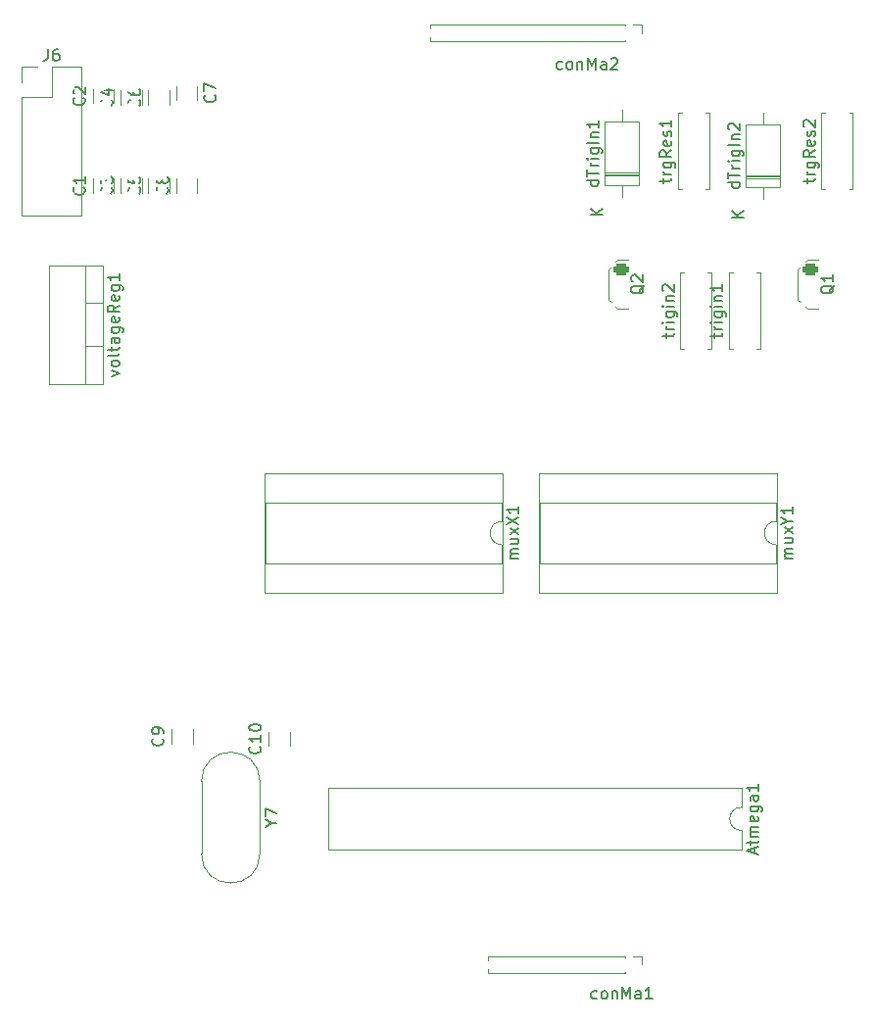
<source format=gto>
G04 #@! TF.GenerationSoftware,KiCad,Pcbnew,6.0.5-2.fc35*
G04 #@! TF.CreationDate,2022-07-06T13:19:10+02:00*
G04 #@! TF.ProjectId,back,6261636b-2e6b-4696-9361-645f70636258,rev?*
G04 #@! TF.SameCoordinates,Original*
G04 #@! TF.FileFunction,Legend,Top*
G04 #@! TF.FilePolarity,Positive*
%FSLAX46Y46*%
G04 Gerber Fmt 4.6, Leading zero omitted, Abs format (unit mm)*
G04 Created by KiCad (PCBNEW 6.0.5-2.fc35) date 2022-07-06 13:19:10*
%MOMM*%
%LPD*%
G01*
G04 APERTURE LIST*
G04 Aperture macros list*
%AMRoundRect*
0 Rectangle with rounded corners*
0 $1 Rounding radius*
0 $2 $3 $4 $5 $6 $7 $8 $9 X,Y pos of 4 corners*
0 Add a 4 corners polygon primitive as box body*
4,1,4,$2,$3,$4,$5,$6,$7,$8,$9,$2,$3,0*
0 Add four circle primitives for the rounded corners*
1,1,$1+$1,$2,$3*
1,1,$1+$1,$4,$5*
1,1,$1+$1,$6,$7*
1,1,$1+$1,$8,$9*
0 Add four rect primitives between the rounded corners*
20,1,$1+$1,$2,$3,$4,$5,0*
20,1,$1+$1,$4,$5,$6,$7,0*
20,1,$1+$1,$6,$7,$8,$9,0*
20,1,$1+$1,$8,$9,$2,$3,0*%
G04 Aperture macros list end*
%ADD10C,0.150000*%
%ADD11C,0.120000*%
%ADD12C,1.600000*%
%ADD13R,1.600000X1.600000*%
%ADD14O,1.600000X1.600000*%
%ADD15R,0.850000X0.850000*%
%ADD16O,0.850000X0.850000*%
%ADD17RoundRect,0.249900X-0.400100X0.275100X-0.400100X-0.275100X0.400100X-0.275100X0.400100X0.275100X0*%
%ADD18O,1.300000X1.050000*%
%ADD19R,2.200000X2.200000*%
%ADD20O,2.200000X2.200000*%
%ADD21C,1.500000*%
%ADD22R,2.000000X1.905000*%
%ADD23O,2.000000X1.905000*%
%ADD24R,1.700000X1.700000*%
%ADD25O,1.700000X1.700000*%
G04 APERTURE END LIST*
D10*
X110407142Y-59766666D02*
X110454761Y-59814285D01*
X110502380Y-59957142D01*
X110502380Y-60052380D01*
X110454761Y-60195238D01*
X110359523Y-60290476D01*
X110264285Y-60338095D01*
X110073809Y-60385714D01*
X109930952Y-60385714D01*
X109740476Y-60338095D01*
X109645238Y-60290476D01*
X109550000Y-60195238D01*
X109502380Y-60052380D01*
X109502380Y-59957142D01*
X109550000Y-59814285D01*
X109597619Y-59766666D01*
X109502380Y-59433333D02*
X109502380Y-58766666D01*
X110502380Y-59195238D01*
X101507142Y-60166666D02*
X101554761Y-60214285D01*
X101602380Y-60357142D01*
X101602380Y-60452380D01*
X101554761Y-60595238D01*
X101459523Y-60690476D01*
X101364285Y-60738095D01*
X101173809Y-60785714D01*
X101030952Y-60785714D01*
X100840476Y-60738095D01*
X100745238Y-60690476D01*
X100650000Y-60595238D01*
X100602380Y-60452380D01*
X100602380Y-60357142D01*
X100650000Y-60214285D01*
X100697619Y-60166666D01*
X100935714Y-59309523D02*
X101602380Y-59309523D01*
X100554761Y-59547619D02*
X101269047Y-59785714D01*
X101269047Y-59166666D01*
X114307142Y-116042857D02*
X114354761Y-116090476D01*
X114402380Y-116233333D01*
X114402380Y-116328571D01*
X114354761Y-116471428D01*
X114259523Y-116566666D01*
X114164285Y-116614285D01*
X113973809Y-116661904D01*
X113830952Y-116661904D01*
X113640476Y-116614285D01*
X113545238Y-116566666D01*
X113450000Y-116471428D01*
X113402380Y-116328571D01*
X113402380Y-116233333D01*
X113450000Y-116090476D01*
X113497619Y-116042857D01*
X114402380Y-115090476D02*
X114402380Y-115661904D01*
X114402380Y-115376190D02*
X113402380Y-115376190D01*
X113545238Y-115471428D01*
X113640476Y-115566666D01*
X113688095Y-115661904D01*
X113402380Y-114471428D02*
X113402380Y-114376190D01*
X113450000Y-114280952D01*
X113497619Y-114233333D01*
X113592857Y-114185714D01*
X113783333Y-114138095D01*
X114021428Y-114138095D01*
X114211904Y-114185714D01*
X114307142Y-114233333D01*
X114354761Y-114280952D01*
X114402380Y-114376190D01*
X114402380Y-114471428D01*
X114354761Y-114566666D01*
X114307142Y-114614285D01*
X114211904Y-114661904D01*
X114021428Y-114709523D01*
X113783333Y-114709523D01*
X113592857Y-114661904D01*
X113497619Y-114614285D01*
X113450000Y-114566666D01*
X113402380Y-114471428D01*
X157096666Y-125310000D02*
X157096666Y-124833809D01*
X157382380Y-125405238D02*
X156382380Y-125071904D01*
X157382380Y-124738571D01*
X156715714Y-124548095D02*
X156715714Y-124167142D01*
X156382380Y-124405238D02*
X157239523Y-124405238D01*
X157334761Y-124357619D01*
X157382380Y-124262380D01*
X157382380Y-124167142D01*
X157382380Y-123833809D02*
X156715714Y-123833809D01*
X156810952Y-123833809D02*
X156763333Y-123786190D01*
X156715714Y-123690952D01*
X156715714Y-123548095D01*
X156763333Y-123452857D01*
X156858571Y-123405238D01*
X157382380Y-123405238D01*
X156858571Y-123405238D02*
X156763333Y-123357619D01*
X156715714Y-123262380D01*
X156715714Y-123119523D01*
X156763333Y-123024285D01*
X156858571Y-122976666D01*
X157382380Y-122976666D01*
X157334761Y-122119523D02*
X157382380Y-122214761D01*
X157382380Y-122405238D01*
X157334761Y-122500476D01*
X157239523Y-122548095D01*
X156858571Y-122548095D01*
X156763333Y-122500476D01*
X156715714Y-122405238D01*
X156715714Y-122214761D01*
X156763333Y-122119523D01*
X156858571Y-122071904D01*
X156953809Y-122071904D01*
X157049047Y-122548095D01*
X156715714Y-121214761D02*
X157525238Y-121214761D01*
X157620476Y-121262380D01*
X157668095Y-121310000D01*
X157715714Y-121405238D01*
X157715714Y-121548095D01*
X157668095Y-121643333D01*
X157334761Y-121214761D02*
X157382380Y-121310000D01*
X157382380Y-121500476D01*
X157334761Y-121595714D01*
X157287142Y-121643333D01*
X157191904Y-121690952D01*
X156906190Y-121690952D01*
X156810952Y-121643333D01*
X156763333Y-121595714D01*
X156715714Y-121500476D01*
X156715714Y-121310000D01*
X156763333Y-121214761D01*
X157382380Y-120310000D02*
X156858571Y-120310000D01*
X156763333Y-120357619D01*
X156715714Y-120452857D01*
X156715714Y-120643333D01*
X156763333Y-120738571D01*
X157334761Y-120310000D02*
X157382380Y-120405238D01*
X157382380Y-120643333D01*
X157334761Y-120738571D01*
X157239523Y-120786190D01*
X157144285Y-120786190D01*
X157049047Y-120738571D01*
X157001428Y-120643333D01*
X157001428Y-120405238D01*
X156953809Y-120310000D01*
X157382380Y-119310000D02*
X157382380Y-119881428D01*
X157382380Y-119595714D02*
X156382380Y-119595714D01*
X156525238Y-119690952D01*
X156620476Y-119786190D01*
X156668095Y-119881428D01*
X106307142Y-67766666D02*
X106354761Y-67814285D01*
X106402380Y-67957142D01*
X106402380Y-68052380D01*
X106354761Y-68195238D01*
X106259523Y-68290476D01*
X106164285Y-68338095D01*
X105973809Y-68385714D01*
X105830952Y-68385714D01*
X105640476Y-68338095D01*
X105545238Y-68290476D01*
X105450000Y-68195238D01*
X105402380Y-68052380D01*
X105402380Y-67957142D01*
X105450000Y-67814285D01*
X105497619Y-67766666D01*
X105830952Y-67195238D02*
X105783333Y-67290476D01*
X105735714Y-67338095D01*
X105640476Y-67385714D01*
X105592857Y-67385714D01*
X105497619Y-67338095D01*
X105450000Y-67290476D01*
X105402380Y-67195238D01*
X105402380Y-67004761D01*
X105450000Y-66909523D01*
X105497619Y-66861904D01*
X105592857Y-66814285D01*
X105640476Y-66814285D01*
X105735714Y-66861904D01*
X105783333Y-66909523D01*
X105830952Y-67004761D01*
X105830952Y-67195238D01*
X105878571Y-67290476D01*
X105926190Y-67338095D01*
X106021428Y-67385714D01*
X106211904Y-67385714D01*
X106307142Y-67338095D01*
X106354761Y-67290476D01*
X106402380Y-67195238D01*
X106402380Y-67004761D01*
X106354761Y-66909523D01*
X106307142Y-66861904D01*
X106211904Y-66814285D01*
X106021428Y-66814285D01*
X105926190Y-66861904D01*
X105878571Y-66909523D01*
X105830952Y-67004761D01*
X105907142Y-115366666D02*
X105954761Y-115414285D01*
X106002380Y-115557142D01*
X106002380Y-115652380D01*
X105954761Y-115795238D01*
X105859523Y-115890476D01*
X105764285Y-115938095D01*
X105573809Y-115985714D01*
X105430952Y-115985714D01*
X105240476Y-115938095D01*
X105145238Y-115890476D01*
X105050000Y-115795238D01*
X105002380Y-115652380D01*
X105002380Y-115557142D01*
X105050000Y-115414285D01*
X105097619Y-115366666D01*
X106002380Y-114890476D02*
X106002380Y-114700000D01*
X105954761Y-114604761D01*
X105907142Y-114557142D01*
X105764285Y-114461904D01*
X105573809Y-114414285D01*
X105192857Y-114414285D01*
X105097619Y-114461904D01*
X105050000Y-114509523D01*
X105002380Y-114604761D01*
X105002380Y-114795238D01*
X105050000Y-114890476D01*
X105097619Y-114938095D01*
X105192857Y-114985714D01*
X105430952Y-114985714D01*
X105526190Y-114938095D01*
X105573809Y-114890476D01*
X105621428Y-114795238D01*
X105621428Y-114604761D01*
X105573809Y-114509523D01*
X105526190Y-114461904D01*
X105430952Y-114414285D01*
X99107142Y-67766666D02*
X99154761Y-67814285D01*
X99202380Y-67957142D01*
X99202380Y-68052380D01*
X99154761Y-68195238D01*
X99059523Y-68290476D01*
X98964285Y-68338095D01*
X98773809Y-68385714D01*
X98630952Y-68385714D01*
X98440476Y-68338095D01*
X98345238Y-68290476D01*
X98250000Y-68195238D01*
X98202380Y-68052380D01*
X98202380Y-67957142D01*
X98250000Y-67814285D01*
X98297619Y-67766666D01*
X99202380Y-66814285D02*
X99202380Y-67385714D01*
X99202380Y-67100000D02*
X98202380Y-67100000D01*
X98345238Y-67195238D01*
X98440476Y-67290476D01*
X98488095Y-67385714D01*
X149415714Y-80757142D02*
X149415714Y-80376190D01*
X149082380Y-80614285D02*
X149939523Y-80614285D01*
X150034761Y-80566666D01*
X150082380Y-80471428D01*
X150082380Y-80376190D01*
X150082380Y-80042857D02*
X149415714Y-80042857D01*
X149606190Y-80042857D02*
X149510952Y-79995238D01*
X149463333Y-79947619D01*
X149415714Y-79852380D01*
X149415714Y-79757142D01*
X150082380Y-79423809D02*
X149415714Y-79423809D01*
X149082380Y-79423809D02*
X149130000Y-79471428D01*
X149177619Y-79423809D01*
X149130000Y-79376190D01*
X149082380Y-79423809D01*
X149177619Y-79423809D01*
X149415714Y-78519047D02*
X150225238Y-78519047D01*
X150320476Y-78566666D01*
X150368095Y-78614285D01*
X150415714Y-78709523D01*
X150415714Y-78852380D01*
X150368095Y-78947619D01*
X150034761Y-78519047D02*
X150082380Y-78614285D01*
X150082380Y-78804761D01*
X150034761Y-78900000D01*
X149987142Y-78947619D01*
X149891904Y-78995238D01*
X149606190Y-78995238D01*
X149510952Y-78947619D01*
X149463333Y-78900000D01*
X149415714Y-78804761D01*
X149415714Y-78614285D01*
X149463333Y-78519047D01*
X150082380Y-78042857D02*
X149415714Y-78042857D01*
X149082380Y-78042857D02*
X149130000Y-78090476D01*
X149177619Y-78042857D01*
X149130000Y-77995238D01*
X149082380Y-78042857D01*
X149177619Y-78042857D01*
X149415714Y-77566666D02*
X150082380Y-77566666D01*
X149510952Y-77566666D02*
X149463333Y-77519047D01*
X149415714Y-77423809D01*
X149415714Y-77280952D01*
X149463333Y-77185714D01*
X149558571Y-77138095D01*
X150082380Y-77138095D01*
X149177619Y-76709523D02*
X149130000Y-76661904D01*
X149082380Y-76566666D01*
X149082380Y-76328571D01*
X149130000Y-76233333D01*
X149177619Y-76185714D01*
X149272857Y-76138095D01*
X149368095Y-76138095D01*
X149510952Y-76185714D01*
X150082380Y-76757142D01*
X150082380Y-76138095D01*
X140433333Y-57504761D02*
X140338095Y-57552380D01*
X140147619Y-57552380D01*
X140052380Y-57504761D01*
X140004761Y-57457142D01*
X139957142Y-57361904D01*
X139957142Y-57076190D01*
X140004761Y-56980952D01*
X140052380Y-56933333D01*
X140147619Y-56885714D01*
X140338095Y-56885714D01*
X140433333Y-56933333D01*
X141004761Y-57552380D02*
X140909523Y-57504761D01*
X140861904Y-57457142D01*
X140814285Y-57361904D01*
X140814285Y-57076190D01*
X140861904Y-56980952D01*
X140909523Y-56933333D01*
X141004761Y-56885714D01*
X141147619Y-56885714D01*
X141242857Y-56933333D01*
X141290476Y-56980952D01*
X141338095Y-57076190D01*
X141338095Y-57361904D01*
X141290476Y-57457142D01*
X141242857Y-57504761D01*
X141147619Y-57552380D01*
X141004761Y-57552380D01*
X141766666Y-56885714D02*
X141766666Y-57552380D01*
X141766666Y-56980952D02*
X141814285Y-56933333D01*
X141909523Y-56885714D01*
X142052380Y-56885714D01*
X142147619Y-56933333D01*
X142195238Y-57028571D01*
X142195238Y-57552380D01*
X142671428Y-57552380D02*
X142671428Y-56552380D01*
X143004761Y-57266666D01*
X143338095Y-56552380D01*
X143338095Y-57552380D01*
X144242857Y-57552380D02*
X144242857Y-57028571D01*
X144195238Y-56933333D01*
X144100000Y-56885714D01*
X143909523Y-56885714D01*
X143814285Y-56933333D01*
X144242857Y-57504761D02*
X144147619Y-57552380D01*
X143909523Y-57552380D01*
X143814285Y-57504761D01*
X143766666Y-57409523D01*
X143766666Y-57314285D01*
X143814285Y-57219047D01*
X143909523Y-57171428D01*
X144147619Y-57171428D01*
X144242857Y-57123809D01*
X144671428Y-56647619D02*
X144719047Y-56600000D01*
X144814285Y-56552380D01*
X145052380Y-56552380D01*
X145147619Y-56600000D01*
X145195238Y-56647619D01*
X145242857Y-56742857D01*
X145242857Y-56838095D01*
X145195238Y-56980952D01*
X144623809Y-57552380D01*
X145242857Y-57552380D01*
X147527619Y-76200238D02*
X147480000Y-76295476D01*
X147384761Y-76390714D01*
X147241904Y-76533571D01*
X147194285Y-76628809D01*
X147194285Y-76724047D01*
X147432380Y-76676428D02*
X147384761Y-76771666D01*
X147289523Y-76866904D01*
X147099047Y-76914523D01*
X146765714Y-76914523D01*
X146575238Y-76866904D01*
X146480000Y-76771666D01*
X146432380Y-76676428D01*
X146432380Y-76485952D01*
X146480000Y-76390714D01*
X146575238Y-76295476D01*
X146765714Y-76247857D01*
X147099047Y-76247857D01*
X147289523Y-76295476D01*
X147384761Y-76390714D01*
X147432380Y-76485952D01*
X147432380Y-76676428D01*
X146527619Y-75866904D02*
X146480000Y-75819285D01*
X146432380Y-75724047D01*
X146432380Y-75485952D01*
X146480000Y-75390714D01*
X146527619Y-75343095D01*
X146622857Y-75295476D01*
X146718095Y-75295476D01*
X146860952Y-75343095D01*
X147432380Y-75914523D01*
X147432380Y-75295476D01*
X155782380Y-67333333D02*
X154782380Y-67333333D01*
X155734761Y-67333333D02*
X155782380Y-67428571D01*
X155782380Y-67619047D01*
X155734761Y-67714285D01*
X155687142Y-67761904D01*
X155591904Y-67809523D01*
X155306190Y-67809523D01*
X155210952Y-67761904D01*
X155163333Y-67714285D01*
X155115714Y-67619047D01*
X155115714Y-67428571D01*
X155163333Y-67333333D01*
X154782380Y-67000000D02*
X154782380Y-66428571D01*
X155782380Y-66714285D02*
X154782380Y-66714285D01*
X155782380Y-66095238D02*
X155115714Y-66095238D01*
X155306190Y-66095238D02*
X155210952Y-66047619D01*
X155163333Y-66000000D01*
X155115714Y-65904761D01*
X155115714Y-65809523D01*
X155782380Y-65476190D02*
X155115714Y-65476190D01*
X154782380Y-65476190D02*
X154830000Y-65523809D01*
X154877619Y-65476190D01*
X154830000Y-65428571D01*
X154782380Y-65476190D01*
X154877619Y-65476190D01*
X155115714Y-64571428D02*
X155925238Y-64571428D01*
X156020476Y-64619047D01*
X156068095Y-64666666D01*
X156115714Y-64761904D01*
X156115714Y-64904761D01*
X156068095Y-65000000D01*
X155734761Y-64571428D02*
X155782380Y-64666666D01*
X155782380Y-64857142D01*
X155734761Y-64952380D01*
X155687142Y-65000000D01*
X155591904Y-65047619D01*
X155306190Y-65047619D01*
X155210952Y-65000000D01*
X155163333Y-64952380D01*
X155115714Y-64857142D01*
X155115714Y-64666666D01*
X155163333Y-64571428D01*
X155782380Y-64095238D02*
X154782380Y-64095238D01*
X155115714Y-63619047D02*
X155782380Y-63619047D01*
X155210952Y-63619047D02*
X155163333Y-63571428D01*
X155115714Y-63476190D01*
X155115714Y-63333333D01*
X155163333Y-63238095D01*
X155258571Y-63190476D01*
X155782380Y-63190476D01*
X154877619Y-62761904D02*
X154830000Y-62714285D01*
X154782380Y-62619047D01*
X154782380Y-62380952D01*
X154830000Y-62285714D01*
X154877619Y-62238095D01*
X154972857Y-62190476D01*
X155068095Y-62190476D01*
X155210952Y-62238095D01*
X155782380Y-62809523D01*
X155782380Y-62190476D01*
X156152380Y-70341904D02*
X155152380Y-70341904D01*
X156152380Y-69770476D02*
X155580952Y-70199047D01*
X155152380Y-69770476D02*
X155723809Y-70341904D01*
X143433333Y-137804761D02*
X143338095Y-137852380D01*
X143147619Y-137852380D01*
X143052380Y-137804761D01*
X143004761Y-137757142D01*
X142957142Y-137661904D01*
X142957142Y-137376190D01*
X143004761Y-137280952D01*
X143052380Y-137233333D01*
X143147619Y-137185714D01*
X143338095Y-137185714D01*
X143433333Y-137233333D01*
X144004761Y-137852380D02*
X143909523Y-137804761D01*
X143861904Y-137757142D01*
X143814285Y-137661904D01*
X143814285Y-137376190D01*
X143861904Y-137280952D01*
X143909523Y-137233333D01*
X144004761Y-137185714D01*
X144147619Y-137185714D01*
X144242857Y-137233333D01*
X144290476Y-137280952D01*
X144338095Y-137376190D01*
X144338095Y-137661904D01*
X144290476Y-137757142D01*
X144242857Y-137804761D01*
X144147619Y-137852380D01*
X144004761Y-137852380D01*
X144766666Y-137185714D02*
X144766666Y-137852380D01*
X144766666Y-137280952D02*
X144814285Y-137233333D01*
X144909523Y-137185714D01*
X145052380Y-137185714D01*
X145147619Y-137233333D01*
X145195238Y-137328571D01*
X145195238Y-137852380D01*
X145671428Y-137852380D02*
X145671428Y-136852380D01*
X146004761Y-137566666D01*
X146338095Y-136852380D01*
X146338095Y-137852380D01*
X147242857Y-137852380D02*
X147242857Y-137328571D01*
X147195238Y-137233333D01*
X147100000Y-137185714D01*
X146909523Y-137185714D01*
X146814285Y-137233333D01*
X147242857Y-137804761D02*
X147147619Y-137852380D01*
X146909523Y-137852380D01*
X146814285Y-137804761D01*
X146766666Y-137709523D01*
X146766666Y-137614285D01*
X146814285Y-137519047D01*
X146909523Y-137471428D01*
X147147619Y-137471428D01*
X147242857Y-137423809D01*
X148242857Y-137852380D02*
X147671428Y-137852380D01*
X147957142Y-137852380D02*
X147957142Y-136852380D01*
X147861904Y-136995238D01*
X147766666Y-137090476D01*
X147671428Y-137138095D01*
X153615714Y-80757142D02*
X153615714Y-80376190D01*
X153282380Y-80614285D02*
X154139523Y-80614285D01*
X154234761Y-80566666D01*
X154282380Y-80471428D01*
X154282380Y-80376190D01*
X154282380Y-80042857D02*
X153615714Y-80042857D01*
X153806190Y-80042857D02*
X153710952Y-79995238D01*
X153663333Y-79947619D01*
X153615714Y-79852380D01*
X153615714Y-79757142D01*
X154282380Y-79423809D02*
X153615714Y-79423809D01*
X153282380Y-79423809D02*
X153330000Y-79471428D01*
X153377619Y-79423809D01*
X153330000Y-79376190D01*
X153282380Y-79423809D01*
X153377619Y-79423809D01*
X153615714Y-78519047D02*
X154425238Y-78519047D01*
X154520476Y-78566666D01*
X154568095Y-78614285D01*
X154615714Y-78709523D01*
X154615714Y-78852380D01*
X154568095Y-78947619D01*
X154234761Y-78519047D02*
X154282380Y-78614285D01*
X154282380Y-78804761D01*
X154234761Y-78900000D01*
X154187142Y-78947619D01*
X154091904Y-78995238D01*
X153806190Y-78995238D01*
X153710952Y-78947619D01*
X153663333Y-78900000D01*
X153615714Y-78804761D01*
X153615714Y-78614285D01*
X153663333Y-78519047D01*
X154282380Y-78042857D02*
X153615714Y-78042857D01*
X153282380Y-78042857D02*
X153330000Y-78090476D01*
X153377619Y-78042857D01*
X153330000Y-77995238D01*
X153282380Y-78042857D01*
X153377619Y-78042857D01*
X153615714Y-77566666D02*
X154282380Y-77566666D01*
X153710952Y-77566666D02*
X153663333Y-77519047D01*
X153615714Y-77423809D01*
X153615714Y-77280952D01*
X153663333Y-77185714D01*
X153758571Y-77138095D01*
X154282380Y-77138095D01*
X154282380Y-76138095D02*
X154282380Y-76709523D01*
X154282380Y-76423809D02*
X153282380Y-76423809D01*
X153425238Y-76519047D01*
X153520476Y-76614285D01*
X153568095Y-76709523D01*
X115301190Y-122676190D02*
X115777380Y-122676190D01*
X114777380Y-123009523D02*
X115301190Y-122676190D01*
X114777380Y-122342857D01*
X114777380Y-122104761D02*
X114777380Y-121438095D01*
X115777380Y-121866666D01*
X160382380Y-99800476D02*
X159715714Y-99800476D01*
X159810952Y-99800476D02*
X159763333Y-99752857D01*
X159715714Y-99657619D01*
X159715714Y-99514761D01*
X159763333Y-99419523D01*
X159858571Y-99371904D01*
X160382380Y-99371904D01*
X159858571Y-99371904D02*
X159763333Y-99324285D01*
X159715714Y-99229047D01*
X159715714Y-99086190D01*
X159763333Y-98990952D01*
X159858571Y-98943333D01*
X160382380Y-98943333D01*
X159715714Y-98038571D02*
X160382380Y-98038571D01*
X159715714Y-98467142D02*
X160239523Y-98467142D01*
X160334761Y-98419523D01*
X160382380Y-98324285D01*
X160382380Y-98181428D01*
X160334761Y-98086190D01*
X160287142Y-98038571D01*
X160382380Y-97657619D02*
X159715714Y-97133809D01*
X159715714Y-97657619D02*
X160382380Y-97133809D01*
X159906190Y-96562380D02*
X160382380Y-96562380D01*
X159382380Y-96895714D02*
X159906190Y-96562380D01*
X159382380Y-96229047D01*
X160382380Y-95371904D02*
X160382380Y-95943333D01*
X160382380Y-95657619D02*
X159382380Y-95657619D01*
X159525238Y-95752857D01*
X159620476Y-95848095D01*
X159668095Y-95943333D01*
X143582380Y-67133333D02*
X142582380Y-67133333D01*
X143534761Y-67133333D02*
X143582380Y-67228571D01*
X143582380Y-67419047D01*
X143534761Y-67514285D01*
X143487142Y-67561904D01*
X143391904Y-67609523D01*
X143106190Y-67609523D01*
X143010952Y-67561904D01*
X142963333Y-67514285D01*
X142915714Y-67419047D01*
X142915714Y-67228571D01*
X142963333Y-67133333D01*
X142582380Y-66800000D02*
X142582380Y-66228571D01*
X143582380Y-66514285D02*
X142582380Y-66514285D01*
X143582380Y-65895238D02*
X142915714Y-65895238D01*
X143106190Y-65895238D02*
X143010952Y-65847619D01*
X142963333Y-65800000D01*
X142915714Y-65704761D01*
X142915714Y-65609523D01*
X143582380Y-65276190D02*
X142915714Y-65276190D01*
X142582380Y-65276190D02*
X142630000Y-65323809D01*
X142677619Y-65276190D01*
X142630000Y-65228571D01*
X142582380Y-65276190D01*
X142677619Y-65276190D01*
X142915714Y-64371428D02*
X143725238Y-64371428D01*
X143820476Y-64419047D01*
X143868095Y-64466666D01*
X143915714Y-64561904D01*
X143915714Y-64704761D01*
X143868095Y-64800000D01*
X143534761Y-64371428D02*
X143582380Y-64466666D01*
X143582380Y-64657142D01*
X143534761Y-64752380D01*
X143487142Y-64800000D01*
X143391904Y-64847619D01*
X143106190Y-64847619D01*
X143010952Y-64800000D01*
X142963333Y-64752380D01*
X142915714Y-64657142D01*
X142915714Y-64466666D01*
X142963333Y-64371428D01*
X143582380Y-63895238D02*
X142582380Y-63895238D01*
X142915714Y-63419047D02*
X143582380Y-63419047D01*
X143010952Y-63419047D02*
X142963333Y-63371428D01*
X142915714Y-63276190D01*
X142915714Y-63133333D01*
X142963333Y-63038095D01*
X143058571Y-62990476D01*
X143582380Y-62990476D01*
X143582380Y-61990476D02*
X143582380Y-62561904D01*
X143582380Y-62276190D02*
X142582380Y-62276190D01*
X142725238Y-62371428D01*
X142820476Y-62466666D01*
X142868095Y-62561904D01*
X143952380Y-70141904D02*
X142952380Y-70141904D01*
X143952380Y-69570476D02*
X143380952Y-69999047D01*
X142952380Y-69570476D02*
X143523809Y-70141904D01*
X103907142Y-67766666D02*
X103954761Y-67814285D01*
X104002380Y-67957142D01*
X104002380Y-68052380D01*
X103954761Y-68195238D01*
X103859523Y-68290476D01*
X103764285Y-68338095D01*
X103573809Y-68385714D01*
X103430952Y-68385714D01*
X103240476Y-68338095D01*
X103145238Y-68290476D01*
X103050000Y-68195238D01*
X103002380Y-68052380D01*
X103002380Y-67957142D01*
X103050000Y-67814285D01*
X103097619Y-67766666D01*
X103002380Y-66861904D02*
X103002380Y-67338095D01*
X103478571Y-67385714D01*
X103430952Y-67338095D01*
X103383333Y-67242857D01*
X103383333Y-67004761D01*
X103430952Y-66909523D01*
X103478571Y-66861904D01*
X103573809Y-66814285D01*
X103811904Y-66814285D01*
X103907142Y-66861904D01*
X103954761Y-66909523D01*
X104002380Y-67004761D01*
X104002380Y-67242857D01*
X103954761Y-67338095D01*
X103907142Y-67385714D01*
X101510714Y-84028571D02*
X102177380Y-83790476D01*
X101510714Y-83552380D01*
X102177380Y-83028571D02*
X102129761Y-83123809D01*
X102082142Y-83171428D01*
X101986904Y-83219047D01*
X101701190Y-83219047D01*
X101605952Y-83171428D01*
X101558333Y-83123809D01*
X101510714Y-83028571D01*
X101510714Y-82885714D01*
X101558333Y-82790476D01*
X101605952Y-82742857D01*
X101701190Y-82695238D01*
X101986904Y-82695238D01*
X102082142Y-82742857D01*
X102129761Y-82790476D01*
X102177380Y-82885714D01*
X102177380Y-83028571D01*
X102177380Y-82123809D02*
X102129761Y-82219047D01*
X102034523Y-82266666D01*
X101177380Y-82266666D01*
X101510714Y-81885714D02*
X101510714Y-81504761D01*
X101177380Y-81742857D02*
X102034523Y-81742857D01*
X102129761Y-81695238D01*
X102177380Y-81600000D01*
X102177380Y-81504761D01*
X102177380Y-80742857D02*
X101653571Y-80742857D01*
X101558333Y-80790476D01*
X101510714Y-80885714D01*
X101510714Y-81076190D01*
X101558333Y-81171428D01*
X102129761Y-80742857D02*
X102177380Y-80838095D01*
X102177380Y-81076190D01*
X102129761Y-81171428D01*
X102034523Y-81219047D01*
X101939285Y-81219047D01*
X101844047Y-81171428D01*
X101796428Y-81076190D01*
X101796428Y-80838095D01*
X101748809Y-80742857D01*
X101510714Y-79838095D02*
X102320238Y-79838095D01*
X102415476Y-79885714D01*
X102463095Y-79933333D01*
X102510714Y-80028571D01*
X102510714Y-80171428D01*
X102463095Y-80266666D01*
X102129761Y-79838095D02*
X102177380Y-79933333D01*
X102177380Y-80123809D01*
X102129761Y-80219047D01*
X102082142Y-80266666D01*
X101986904Y-80314285D01*
X101701190Y-80314285D01*
X101605952Y-80266666D01*
X101558333Y-80219047D01*
X101510714Y-80123809D01*
X101510714Y-79933333D01*
X101558333Y-79838095D01*
X102129761Y-78980952D02*
X102177380Y-79076190D01*
X102177380Y-79266666D01*
X102129761Y-79361904D01*
X102034523Y-79409523D01*
X101653571Y-79409523D01*
X101558333Y-79361904D01*
X101510714Y-79266666D01*
X101510714Y-79076190D01*
X101558333Y-78980952D01*
X101653571Y-78933333D01*
X101748809Y-78933333D01*
X101844047Y-79409523D01*
X102177380Y-77933333D02*
X101701190Y-78266666D01*
X102177380Y-78504761D02*
X101177380Y-78504761D01*
X101177380Y-78123809D01*
X101225000Y-78028571D01*
X101272619Y-77980952D01*
X101367857Y-77933333D01*
X101510714Y-77933333D01*
X101605952Y-77980952D01*
X101653571Y-78028571D01*
X101701190Y-78123809D01*
X101701190Y-78504761D01*
X102129761Y-77123809D02*
X102177380Y-77219047D01*
X102177380Y-77409523D01*
X102129761Y-77504761D01*
X102034523Y-77552380D01*
X101653571Y-77552380D01*
X101558333Y-77504761D01*
X101510714Y-77409523D01*
X101510714Y-77219047D01*
X101558333Y-77123809D01*
X101653571Y-77076190D01*
X101748809Y-77076190D01*
X101844047Y-77552380D01*
X101510714Y-76219047D02*
X102320238Y-76219047D01*
X102415476Y-76266666D01*
X102463095Y-76314285D01*
X102510714Y-76409523D01*
X102510714Y-76552380D01*
X102463095Y-76647619D01*
X102129761Y-76219047D02*
X102177380Y-76314285D01*
X102177380Y-76504761D01*
X102129761Y-76600000D01*
X102082142Y-76647619D01*
X101986904Y-76695238D01*
X101701190Y-76695238D01*
X101605952Y-76647619D01*
X101558333Y-76600000D01*
X101510714Y-76504761D01*
X101510714Y-76314285D01*
X101558333Y-76219047D01*
X102177380Y-75219047D02*
X102177380Y-75790476D01*
X102177380Y-75504761D02*
X101177380Y-75504761D01*
X101320238Y-75600000D01*
X101415476Y-75695238D01*
X101463095Y-75790476D01*
X149215714Y-67361904D02*
X149215714Y-66980952D01*
X148882380Y-67219047D02*
X149739523Y-67219047D01*
X149834761Y-67171428D01*
X149882380Y-67076190D01*
X149882380Y-66980952D01*
X149882380Y-66647619D02*
X149215714Y-66647619D01*
X149406190Y-66647619D02*
X149310952Y-66600000D01*
X149263333Y-66552380D01*
X149215714Y-66457142D01*
X149215714Y-66361904D01*
X149215714Y-65600000D02*
X150025238Y-65600000D01*
X150120476Y-65647619D01*
X150168095Y-65695238D01*
X150215714Y-65790476D01*
X150215714Y-65933333D01*
X150168095Y-66028571D01*
X149834761Y-65600000D02*
X149882380Y-65695238D01*
X149882380Y-65885714D01*
X149834761Y-65980952D01*
X149787142Y-66028571D01*
X149691904Y-66076190D01*
X149406190Y-66076190D01*
X149310952Y-66028571D01*
X149263333Y-65980952D01*
X149215714Y-65885714D01*
X149215714Y-65695238D01*
X149263333Y-65600000D01*
X149882380Y-64552380D02*
X149406190Y-64885714D01*
X149882380Y-65123809D02*
X148882380Y-65123809D01*
X148882380Y-64742857D01*
X148930000Y-64647619D01*
X148977619Y-64600000D01*
X149072857Y-64552380D01*
X149215714Y-64552380D01*
X149310952Y-64600000D01*
X149358571Y-64647619D01*
X149406190Y-64742857D01*
X149406190Y-65123809D01*
X149834761Y-63742857D02*
X149882380Y-63838095D01*
X149882380Y-64028571D01*
X149834761Y-64123809D01*
X149739523Y-64171428D01*
X149358571Y-64171428D01*
X149263333Y-64123809D01*
X149215714Y-64028571D01*
X149215714Y-63838095D01*
X149263333Y-63742857D01*
X149358571Y-63695238D01*
X149453809Y-63695238D01*
X149549047Y-64171428D01*
X149834761Y-63314285D02*
X149882380Y-63219047D01*
X149882380Y-63028571D01*
X149834761Y-62933333D01*
X149739523Y-62885714D01*
X149691904Y-62885714D01*
X149596666Y-62933333D01*
X149549047Y-63028571D01*
X149549047Y-63171428D01*
X149501428Y-63266666D01*
X149406190Y-63314285D01*
X149358571Y-63314285D01*
X149263333Y-63266666D01*
X149215714Y-63171428D01*
X149215714Y-63028571D01*
X149263333Y-62933333D01*
X149882380Y-61933333D02*
X149882380Y-62504761D01*
X149882380Y-62219047D02*
X148882380Y-62219047D01*
X149025238Y-62314285D01*
X149120476Y-62409523D01*
X149168095Y-62504761D01*
X103907142Y-60166666D02*
X103954761Y-60214285D01*
X104002380Y-60357142D01*
X104002380Y-60452380D01*
X103954761Y-60595238D01*
X103859523Y-60690476D01*
X103764285Y-60738095D01*
X103573809Y-60785714D01*
X103430952Y-60785714D01*
X103240476Y-60738095D01*
X103145238Y-60690476D01*
X103050000Y-60595238D01*
X103002380Y-60452380D01*
X103002380Y-60357142D01*
X103050000Y-60214285D01*
X103097619Y-60166666D01*
X103002380Y-59309523D02*
X103002380Y-59500000D01*
X103050000Y-59595238D01*
X103097619Y-59642857D01*
X103240476Y-59738095D01*
X103430952Y-59785714D01*
X103811904Y-59785714D01*
X103907142Y-59738095D01*
X103954761Y-59690476D01*
X104002380Y-59595238D01*
X104002380Y-59404761D01*
X103954761Y-59309523D01*
X103907142Y-59261904D01*
X103811904Y-59214285D01*
X103573809Y-59214285D01*
X103478571Y-59261904D01*
X103430952Y-59309523D01*
X103383333Y-59404761D01*
X103383333Y-59595238D01*
X103430952Y-59690476D01*
X103478571Y-59738095D01*
X103573809Y-59785714D01*
X163927619Y-76200238D02*
X163880000Y-76295476D01*
X163784761Y-76390714D01*
X163641904Y-76533571D01*
X163594285Y-76628809D01*
X163594285Y-76724047D01*
X163832380Y-76676428D02*
X163784761Y-76771666D01*
X163689523Y-76866904D01*
X163499047Y-76914523D01*
X163165714Y-76914523D01*
X162975238Y-76866904D01*
X162880000Y-76771666D01*
X162832380Y-76676428D01*
X162832380Y-76485952D01*
X162880000Y-76390714D01*
X162975238Y-76295476D01*
X163165714Y-76247857D01*
X163499047Y-76247857D01*
X163689523Y-76295476D01*
X163784761Y-76390714D01*
X163832380Y-76485952D01*
X163832380Y-76676428D01*
X163832380Y-75295476D02*
X163832380Y-75866904D01*
X163832380Y-75581190D02*
X162832380Y-75581190D01*
X162975238Y-75676428D01*
X163070476Y-75771666D01*
X163118095Y-75866904D01*
X161615714Y-67351904D02*
X161615714Y-66970952D01*
X161282380Y-67209047D02*
X162139523Y-67209047D01*
X162234761Y-67161428D01*
X162282380Y-67066190D01*
X162282380Y-66970952D01*
X162282380Y-66637619D02*
X161615714Y-66637619D01*
X161806190Y-66637619D02*
X161710952Y-66590000D01*
X161663333Y-66542380D01*
X161615714Y-66447142D01*
X161615714Y-66351904D01*
X161615714Y-65590000D02*
X162425238Y-65590000D01*
X162520476Y-65637619D01*
X162568095Y-65685238D01*
X162615714Y-65780476D01*
X162615714Y-65923333D01*
X162568095Y-66018571D01*
X162234761Y-65590000D02*
X162282380Y-65685238D01*
X162282380Y-65875714D01*
X162234761Y-65970952D01*
X162187142Y-66018571D01*
X162091904Y-66066190D01*
X161806190Y-66066190D01*
X161710952Y-66018571D01*
X161663333Y-65970952D01*
X161615714Y-65875714D01*
X161615714Y-65685238D01*
X161663333Y-65590000D01*
X162282380Y-64542380D02*
X161806190Y-64875714D01*
X162282380Y-65113809D02*
X161282380Y-65113809D01*
X161282380Y-64732857D01*
X161330000Y-64637619D01*
X161377619Y-64590000D01*
X161472857Y-64542380D01*
X161615714Y-64542380D01*
X161710952Y-64590000D01*
X161758571Y-64637619D01*
X161806190Y-64732857D01*
X161806190Y-65113809D01*
X162234761Y-63732857D02*
X162282380Y-63828095D01*
X162282380Y-64018571D01*
X162234761Y-64113809D01*
X162139523Y-64161428D01*
X161758571Y-64161428D01*
X161663333Y-64113809D01*
X161615714Y-64018571D01*
X161615714Y-63828095D01*
X161663333Y-63732857D01*
X161758571Y-63685238D01*
X161853809Y-63685238D01*
X161949047Y-64161428D01*
X162234761Y-63304285D02*
X162282380Y-63209047D01*
X162282380Y-63018571D01*
X162234761Y-62923333D01*
X162139523Y-62875714D01*
X162091904Y-62875714D01*
X161996666Y-62923333D01*
X161949047Y-63018571D01*
X161949047Y-63161428D01*
X161901428Y-63256666D01*
X161806190Y-63304285D01*
X161758571Y-63304285D01*
X161663333Y-63256666D01*
X161615714Y-63161428D01*
X161615714Y-63018571D01*
X161663333Y-62923333D01*
X161377619Y-62494761D02*
X161330000Y-62447142D01*
X161282380Y-62351904D01*
X161282380Y-62113809D01*
X161330000Y-62018571D01*
X161377619Y-61970952D01*
X161472857Y-61923333D01*
X161568095Y-61923333D01*
X161710952Y-61970952D01*
X162282380Y-62542380D01*
X162282380Y-61923333D01*
X95996666Y-55802380D02*
X95996666Y-56516666D01*
X95949047Y-56659523D01*
X95853809Y-56754761D01*
X95710952Y-56802380D01*
X95615714Y-56802380D01*
X96901428Y-55802380D02*
X96710952Y-55802380D01*
X96615714Y-55850000D01*
X96568095Y-55897619D01*
X96472857Y-56040476D01*
X96425238Y-56230952D01*
X96425238Y-56611904D01*
X96472857Y-56707142D01*
X96520476Y-56754761D01*
X96615714Y-56802380D01*
X96806190Y-56802380D01*
X96901428Y-56754761D01*
X96949047Y-56707142D01*
X96996666Y-56611904D01*
X96996666Y-56373809D01*
X96949047Y-56278571D01*
X96901428Y-56230952D01*
X96806190Y-56183333D01*
X96615714Y-56183333D01*
X96520476Y-56230952D01*
X96472857Y-56278571D01*
X96425238Y-56373809D01*
X99107142Y-60016666D02*
X99154761Y-60064285D01*
X99202380Y-60207142D01*
X99202380Y-60302380D01*
X99154761Y-60445238D01*
X99059523Y-60540476D01*
X98964285Y-60588095D01*
X98773809Y-60635714D01*
X98630952Y-60635714D01*
X98440476Y-60588095D01*
X98345238Y-60540476D01*
X98250000Y-60445238D01*
X98202380Y-60302380D01*
X98202380Y-60207142D01*
X98250000Y-60064285D01*
X98297619Y-60016666D01*
X98297619Y-59635714D02*
X98250000Y-59588095D01*
X98202380Y-59492857D01*
X98202380Y-59254761D01*
X98250000Y-59159523D01*
X98297619Y-59111904D01*
X98392857Y-59064285D01*
X98488095Y-59064285D01*
X98630952Y-59111904D01*
X99202380Y-59683333D01*
X99202380Y-59064285D01*
X101507142Y-67766666D02*
X101554761Y-67814285D01*
X101602380Y-67957142D01*
X101602380Y-68052380D01*
X101554761Y-68195238D01*
X101459523Y-68290476D01*
X101364285Y-68338095D01*
X101173809Y-68385714D01*
X101030952Y-68385714D01*
X100840476Y-68338095D01*
X100745238Y-68290476D01*
X100650000Y-68195238D01*
X100602380Y-68052380D01*
X100602380Y-67957142D01*
X100650000Y-67814285D01*
X100697619Y-67766666D01*
X100602380Y-67433333D02*
X100602380Y-66814285D01*
X100983333Y-67147619D01*
X100983333Y-67004761D01*
X101030952Y-66909523D01*
X101078571Y-66861904D01*
X101173809Y-66814285D01*
X101411904Y-66814285D01*
X101507142Y-66861904D01*
X101554761Y-66909523D01*
X101602380Y-67004761D01*
X101602380Y-67290476D01*
X101554761Y-67385714D01*
X101507142Y-67433333D01*
X136682380Y-99848095D02*
X136015714Y-99848095D01*
X136110952Y-99848095D02*
X136063333Y-99800476D01*
X136015714Y-99705238D01*
X136015714Y-99562380D01*
X136063333Y-99467142D01*
X136158571Y-99419523D01*
X136682380Y-99419523D01*
X136158571Y-99419523D02*
X136063333Y-99371904D01*
X136015714Y-99276666D01*
X136015714Y-99133809D01*
X136063333Y-99038571D01*
X136158571Y-98990952D01*
X136682380Y-98990952D01*
X136015714Y-98086190D02*
X136682380Y-98086190D01*
X136015714Y-98514761D02*
X136539523Y-98514761D01*
X136634761Y-98467142D01*
X136682380Y-98371904D01*
X136682380Y-98229047D01*
X136634761Y-98133809D01*
X136587142Y-98086190D01*
X136682380Y-97705238D02*
X136015714Y-97181428D01*
X136015714Y-97705238D02*
X136682380Y-97181428D01*
X135682380Y-96895714D02*
X136682380Y-96229047D01*
X135682380Y-96229047D02*
X136682380Y-96895714D01*
X136682380Y-95324285D02*
X136682380Y-95895714D01*
X136682380Y-95610000D02*
X135682380Y-95610000D01*
X135825238Y-95705238D01*
X135920476Y-95800476D01*
X135968095Y-95895714D01*
D11*
X108920000Y-58971000D02*
X108920000Y-60229000D01*
X107080000Y-58971000D02*
X107080000Y-60229000D01*
X104120000Y-60629000D02*
X104120000Y-59371000D01*
X102280000Y-60629000D02*
X102280000Y-59371000D01*
X116920000Y-116029000D02*
X116920000Y-114771000D01*
X115080000Y-116029000D02*
X115080000Y-114771000D01*
X120250000Y-119660000D02*
X120250000Y-124960000D01*
X120250000Y-124960000D02*
X155930000Y-124960000D01*
X155930000Y-124960000D02*
X155930000Y-123310000D01*
X155930000Y-121310000D02*
X155930000Y-119660000D01*
X155930000Y-119660000D02*
X120250000Y-119660000D01*
X155930000Y-121310000D02*
G75*
G03*
X155930000Y-123310000I0J-1000000D01*
G01*
X108920000Y-68229000D02*
X108920000Y-66971000D01*
X107080000Y-68229000D02*
X107080000Y-66971000D01*
X106680000Y-115829000D02*
X106680000Y-114571000D01*
X108520000Y-115829000D02*
X108520000Y-114571000D01*
X101720000Y-68229000D02*
X101720000Y-66971000D01*
X99880000Y-68229000D02*
X99880000Y-66971000D01*
X153370000Y-81670000D02*
X153370000Y-75130000D01*
X153370000Y-75130000D02*
X153040000Y-75130000D01*
X150960000Y-81670000D02*
X150630000Y-81670000D01*
X153040000Y-81670000D02*
X153370000Y-81670000D01*
X150630000Y-81670000D02*
X150630000Y-75130000D01*
X150630000Y-75130000D02*
X150960000Y-75130000D01*
X145915000Y-55095000D02*
X129040000Y-55095000D01*
X145915000Y-53705000D02*
X129040000Y-53705000D01*
X129040000Y-54794493D02*
X129040000Y-55095000D01*
X145915000Y-53705000D02*
X145915000Y-53791724D01*
X146600000Y-53705000D02*
X147285000Y-53705000D01*
X145915000Y-55008276D02*
X145915000Y-55095000D01*
X147285000Y-53705000D02*
X147285000Y-54400000D01*
X129040000Y-53705000D02*
X129040000Y-54005507D01*
X145080000Y-78075000D02*
X145230000Y-78225000D01*
X145230000Y-73975000D02*
X146180000Y-73975000D01*
X144430000Y-74825000D02*
X144430000Y-77425000D01*
X144430000Y-77425000D02*
X144680000Y-77675000D01*
X144430000Y-74825000D02*
X144680000Y-74575000D01*
X146180000Y-78225000D02*
X145230000Y-78225000D01*
X145080000Y-74125000D02*
X145230000Y-73975000D01*
X156330000Y-66820000D02*
X159270000Y-66820000D01*
X156330000Y-67720000D02*
X159270000Y-67720000D01*
X157800000Y-68740000D02*
X157800000Y-67720000D01*
X156330000Y-62280000D02*
X156330000Y-67720000D01*
X159270000Y-67720000D02*
X159270000Y-62280000D01*
X157800000Y-61260000D02*
X157800000Y-62280000D01*
X156330000Y-66700000D02*
X159270000Y-66700000D01*
X156330000Y-66940000D02*
X159270000Y-66940000D01*
X159270000Y-62280000D02*
X156330000Y-62280000D01*
X147285000Y-134205000D02*
X147285000Y-134900000D01*
X145915000Y-135508276D02*
X145915000Y-135595000D01*
X145915000Y-135595000D02*
X134040000Y-135595000D01*
X146600000Y-134205000D02*
X147285000Y-134205000D01*
X134040000Y-134205000D02*
X134040000Y-134505507D01*
X145915000Y-134205000D02*
X145915000Y-134291724D01*
X145915000Y-134205000D02*
X134040000Y-134205000D01*
X134040000Y-135294493D02*
X134040000Y-135595000D01*
X157570000Y-81670000D02*
X157570000Y-75130000D01*
X155160000Y-81670000D02*
X154830000Y-81670000D01*
X154830000Y-81670000D02*
X154830000Y-75130000D01*
X154830000Y-75130000D02*
X155160000Y-75130000D01*
X157570000Y-75130000D02*
X157240000Y-75130000D01*
X157240000Y-81670000D02*
X157570000Y-81670000D01*
X109275000Y-119075000D02*
X109275000Y-125325000D01*
X114325000Y-119075000D02*
X114325000Y-125325000D01*
X109275000Y-125325000D02*
G75*
G03*
X114325000Y-125325000I2525000J0D01*
G01*
X114325000Y-119075000D02*
G75*
G03*
X109275000Y-119075000I-2525000J0D01*
G01*
X138490000Y-94960000D02*
X138490000Y-100260000D01*
X138430000Y-92470000D02*
X138430000Y-102750000D01*
X158930000Y-96610000D02*
X158930000Y-94960000D01*
X158930000Y-94960000D02*
X138490000Y-94960000D01*
X138430000Y-102750000D02*
X158990000Y-102750000D01*
X158930000Y-100260000D02*
X158930000Y-98610000D01*
X158990000Y-92470000D02*
X138430000Y-92470000D01*
X158990000Y-102750000D02*
X158990000Y-92470000D01*
X138490000Y-100260000D02*
X158930000Y-100260000D01*
X158930000Y-96610000D02*
G75*
G03*
X158930000Y-98610000I0J-1000000D01*
G01*
X144130000Y-66740000D02*
X147070000Y-66740000D01*
X144130000Y-67520000D02*
X147070000Y-67520000D01*
X144130000Y-66500000D02*
X147070000Y-66500000D01*
X147070000Y-62080000D02*
X144130000Y-62080000D01*
X145600000Y-68540000D02*
X145600000Y-67520000D01*
X147070000Y-67520000D02*
X147070000Y-62080000D01*
X144130000Y-62080000D02*
X144130000Y-67520000D01*
X144130000Y-66620000D02*
X147070000Y-66620000D01*
X145600000Y-61060000D02*
X145600000Y-62080000D01*
X104680000Y-68229000D02*
X104680000Y-66971000D01*
X106520000Y-68229000D02*
X106520000Y-66971000D01*
X100725000Y-84720000D02*
X96084000Y-84720000D01*
X96084000Y-74480000D02*
X96084000Y-84720000D01*
X100725000Y-77750000D02*
X99215000Y-77750000D01*
X100725000Y-74480000D02*
X100725000Y-84720000D01*
X99215000Y-74480000D02*
X99215000Y-84720000D01*
X100725000Y-81451000D02*
X99215000Y-81451000D01*
X100725000Y-74480000D02*
X96084000Y-74480000D01*
X150430000Y-67870000D02*
X150430000Y-61330000D01*
X153170000Y-67870000D02*
X153170000Y-61330000D01*
X152840000Y-67870000D02*
X153170000Y-67870000D01*
X150430000Y-61330000D02*
X150760000Y-61330000D01*
X150760000Y-67870000D02*
X150430000Y-67870000D01*
X153170000Y-61330000D02*
X152840000Y-61330000D01*
X104680000Y-60629000D02*
X104680000Y-59371000D01*
X106520000Y-60629000D02*
X106520000Y-59371000D01*
X160830000Y-74825000D02*
X160830000Y-77425000D01*
X161480000Y-78075000D02*
X161630000Y-78225000D01*
X161630000Y-73975000D02*
X162580000Y-73975000D01*
X160830000Y-77425000D02*
X161080000Y-77675000D01*
X160830000Y-74825000D02*
X161080000Y-74575000D01*
X162580000Y-78225000D02*
X161630000Y-78225000D01*
X161480000Y-74125000D02*
X161630000Y-73975000D01*
X162830000Y-61320000D02*
X163160000Y-61320000D01*
X165570000Y-61320000D02*
X165240000Y-61320000D01*
X162830000Y-67860000D02*
X162830000Y-61320000D01*
X165570000Y-67860000D02*
X165570000Y-61320000D01*
X163160000Y-67860000D02*
X162830000Y-67860000D01*
X165240000Y-67860000D02*
X165570000Y-67860000D01*
X96330000Y-59950000D02*
X96330000Y-57350000D01*
X93730000Y-59950000D02*
X96330000Y-59950000D01*
X93730000Y-59950000D02*
X93730000Y-70170000D01*
X98930000Y-57350000D02*
X98930000Y-70170000D01*
X93730000Y-58680000D02*
X93730000Y-57350000D01*
X93730000Y-70170000D02*
X98930000Y-70170000D01*
X93730000Y-57350000D02*
X95060000Y-57350000D01*
X96330000Y-57350000D02*
X98930000Y-57350000D01*
X99880000Y-60479000D02*
X99880000Y-59221000D01*
X101720000Y-60479000D02*
X101720000Y-59221000D01*
X102280000Y-68229000D02*
X102280000Y-66971000D01*
X104120000Y-68229000D02*
X104120000Y-66971000D01*
X114730000Y-92470000D02*
X114730000Y-102750000D01*
X135290000Y-102750000D02*
X135290000Y-92470000D01*
X135290000Y-92470000D02*
X114730000Y-92470000D01*
X135230000Y-96610000D02*
X135230000Y-94960000D01*
X114730000Y-102750000D02*
X135290000Y-102750000D01*
X114790000Y-100260000D02*
X135230000Y-100260000D01*
X114790000Y-94960000D02*
X114790000Y-100260000D01*
X135230000Y-100260000D02*
X135230000Y-98610000D01*
X135230000Y-94960000D02*
X114790000Y-94960000D01*
X135230000Y-96610000D02*
G75*
G03*
X135230000Y-98610000I0J-1000000D01*
G01*
%LPC*%
D12*
X108000000Y-58350000D03*
X108000000Y-60850000D03*
X103200000Y-61250000D03*
X103200000Y-58750000D03*
X116000000Y-116650000D03*
X116000000Y-114150000D03*
D13*
X154600000Y-118500000D03*
D14*
X152060000Y-118500000D03*
X149520000Y-118500000D03*
X146980000Y-118500000D03*
X144440000Y-118500000D03*
X141900000Y-118500000D03*
X139360000Y-118500000D03*
X136820000Y-118500000D03*
X134280000Y-118500000D03*
X131740000Y-118500000D03*
X129200000Y-118500000D03*
X126660000Y-118500000D03*
X124120000Y-118500000D03*
X121580000Y-118500000D03*
X121580000Y-126120000D03*
X124120000Y-126120000D03*
X126660000Y-126120000D03*
X129200000Y-126120000D03*
X131740000Y-126120000D03*
X134280000Y-126120000D03*
X136820000Y-126120000D03*
X139360000Y-126120000D03*
X141900000Y-126120000D03*
X144440000Y-126120000D03*
X146980000Y-126120000D03*
X149520000Y-126120000D03*
X152060000Y-126120000D03*
X154600000Y-126120000D03*
D12*
X108000000Y-68850000D03*
X108000000Y-66350000D03*
X107600000Y-116450000D03*
X107600000Y-113950000D03*
X100800000Y-68850000D03*
X100800000Y-66350000D03*
X152000000Y-82210000D03*
D14*
X152000000Y-74590000D03*
D15*
X146600000Y-54400000D03*
D16*
X145600000Y-54400000D03*
X144600000Y-54400000D03*
X143600000Y-54400000D03*
X142600000Y-54400000D03*
X141600000Y-54400000D03*
X140600000Y-54400000D03*
X139600000Y-54400000D03*
X138600000Y-54400000D03*
X137600000Y-54400000D03*
X136600000Y-54400000D03*
X135600000Y-54400000D03*
X134600000Y-54400000D03*
X133600000Y-54400000D03*
X132600000Y-54400000D03*
X131600000Y-54400000D03*
X130600000Y-54400000D03*
X129600000Y-54400000D03*
D17*
X145530000Y-74835000D03*
D18*
X145530000Y-76105000D03*
X145530000Y-77375000D03*
D19*
X157800000Y-70080000D03*
D20*
X157800000Y-59920000D03*
D15*
X146600000Y-134900000D03*
D16*
X145600000Y-134900000D03*
X144600000Y-134900000D03*
X143600000Y-134900000D03*
X142600000Y-134900000D03*
X141600000Y-134900000D03*
X140600000Y-134900000D03*
X139600000Y-134900000D03*
X138600000Y-134900000D03*
X137600000Y-134900000D03*
X136600000Y-134900000D03*
X135600000Y-134900000D03*
X134600000Y-134900000D03*
D12*
X156200000Y-82210000D03*
D14*
X156200000Y-74590000D03*
D21*
X111800000Y-119750000D03*
X111800000Y-124650000D03*
D13*
X157600000Y-93800000D03*
D14*
X155060000Y-93800000D03*
X152520000Y-93800000D03*
X149980000Y-93800000D03*
X147440000Y-93800000D03*
X144900000Y-93800000D03*
X142360000Y-93800000D03*
X139820000Y-93800000D03*
X139820000Y-101420000D03*
X142360000Y-101420000D03*
X144900000Y-101420000D03*
X147440000Y-101420000D03*
X149980000Y-101420000D03*
X152520000Y-101420000D03*
X155060000Y-101420000D03*
X157600000Y-101420000D03*
D19*
X145600000Y-69880000D03*
D20*
X145600000Y-59720000D03*
D12*
X105600000Y-68850000D03*
X105600000Y-66350000D03*
D22*
X97455000Y-77060000D03*
D23*
X97455000Y-79600000D03*
X97455000Y-82140000D03*
D12*
X151800000Y-68410000D03*
D14*
X151800000Y-60790000D03*
D12*
X105600000Y-61250000D03*
X105600000Y-58750000D03*
D17*
X161930000Y-74835000D03*
D18*
X161930000Y-76105000D03*
X161930000Y-77375000D03*
D12*
X164200000Y-68400000D03*
D14*
X164200000Y-60780000D03*
D24*
X95060000Y-58680000D03*
D25*
X97600000Y-58680000D03*
X95060000Y-61220000D03*
X97600000Y-61220000D03*
X95060000Y-63760000D03*
X97600000Y-63760000D03*
X95060000Y-66300000D03*
X97600000Y-66300000D03*
X95060000Y-68840000D03*
X97600000Y-68840000D03*
D12*
X100800000Y-61100000D03*
X100800000Y-58600000D03*
X103200000Y-68850000D03*
X103200000Y-66350000D03*
D13*
X133900000Y-93800000D03*
D14*
X131360000Y-93800000D03*
X128820000Y-93800000D03*
X126280000Y-93800000D03*
X123740000Y-93800000D03*
X121200000Y-93800000D03*
X118660000Y-93800000D03*
X116120000Y-93800000D03*
X116120000Y-101420000D03*
X118660000Y-101420000D03*
X121200000Y-101420000D03*
X123740000Y-101420000D03*
X126280000Y-101420000D03*
X128820000Y-101420000D03*
X131360000Y-101420000D03*
X133900000Y-101420000D03*
M02*

</source>
